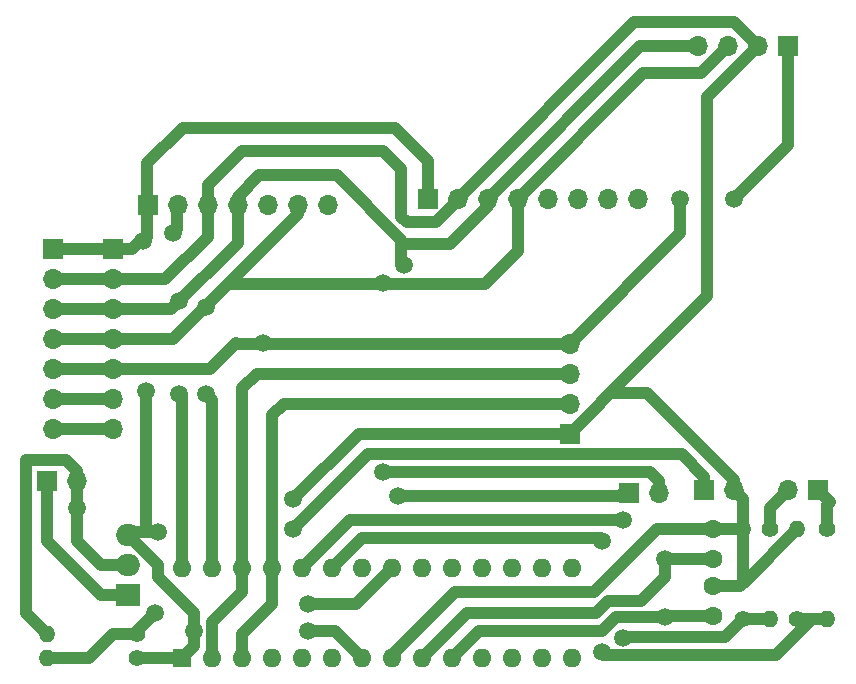
<source format=gbr>
%TF.GenerationSoftware,KiCad,Pcbnew,7.0.8*%
%TF.CreationDate,2023-10-23T02:42:37-06:00*%
%TF.ProjectId,Piso_12,5069736f-5f31-4322-9e6b-696361645f70,rev?*%
%TF.SameCoordinates,Original*%
%TF.FileFunction,Copper,L1,Top*%
%TF.FilePolarity,Positive*%
%FSLAX46Y46*%
G04 Gerber Fmt 4.6, Leading zero omitted, Abs format (unit mm)*
G04 Created by KiCad (PCBNEW 7.0.8) date 2023-10-23 02:42:37*
%MOMM*%
%LPD*%
G01*
G04 APERTURE LIST*
%TA.AperFunction,ComponentPad*%
%ADD10R,1.700000X1.700000*%
%TD*%
%TA.AperFunction,ComponentPad*%
%ADD11O,1.700000X1.700000*%
%TD*%
%TA.AperFunction,ComponentPad*%
%ADD12C,1.400000*%
%TD*%
%TA.AperFunction,ComponentPad*%
%ADD13O,1.400000X1.400000*%
%TD*%
%TA.AperFunction,ComponentPad*%
%ADD14R,2.000000X1.905000*%
%TD*%
%TA.AperFunction,ComponentPad*%
%ADD15O,2.000000X1.905000*%
%TD*%
%TA.AperFunction,ComponentPad*%
%ADD16R,1.600000X1.600000*%
%TD*%
%TA.AperFunction,ComponentPad*%
%ADD17O,1.600000X1.600000*%
%TD*%
%TA.AperFunction,ComponentPad*%
%ADD18C,1.500000*%
%TD*%
%TA.AperFunction,ComponentPad*%
%ADD19C,1.600000*%
%TD*%
%TA.AperFunction,ViaPad*%
%ADD20C,1.500000*%
%TD*%
%TA.AperFunction,Conductor*%
%ADD21C,1.000000*%
%TD*%
G04 APERTURE END LIST*
D10*
%TO.P,J4,1,Pin_1*%
%TO.N,/SCL*%
X46816000Y-27940000D03*
D11*
%TO.P,J4,2,Pin_2*%
%TO.N,/SDA*%
X49356000Y-27940000D03*
%TD*%
D12*
%TO.P,R3,1*%
%TO.N,/SHUNT*%
X58754000Y-30988000D03*
D13*
%TO.P,R3,2*%
%TO.N,/ADC3*%
X58754000Y-38608000D03*
%TD*%
D12*
%TO.P,R4,1*%
%TO.N,/ADC3*%
X56468000Y-38608000D03*
D13*
%TO.P,R4,2*%
%TO.N,/GND*%
X56468000Y-30988000D03*
%TD*%
D14*
%TO.P,U1,1,VI*%
%TO.N,/VBAT*%
X4398000Y-36576000D03*
D15*
%TO.P,U1,2,GND*%
%TO.N,/GND*%
X4398000Y-34036000D03*
%TO.P,U1,3,VO*%
%TO.N,/VCC*%
X4398000Y-31496000D03*
%TD*%
D10*
%TO.P,J10,1,Pin_1*%
%TO.N,/VCC*%
X-1980000Y-7300000D03*
D11*
%TO.P,J10,2,Pin_2*%
%TO.N,/GND*%
X-1980000Y-9840000D03*
%TO.P,J10,3,Pin_3*%
%TO.N,/SCL*%
X-1980000Y-12380000D03*
%TO.P,J10,4,Pin_4*%
%TO.N,/SDA*%
X-1980000Y-14920000D03*
%TO.P,J10,5,Pin_5*%
%TO.N,/3Vo*%
X-1980000Y-17460000D03*
%TO.P,J10,6,Pin_6*%
%TO.N,unconnected-(J10-Pin_6-Pad6)*%
X-1980000Y-20000000D03*
%TO.P,J10,7,Pin_7*%
%TO.N,unconnected-(J10-Pin_7-Pad7)*%
X-1980000Y-22540000D03*
%TD*%
D12*
%TO.P,R6,1*%
%TO.N,/AREF*%
X5160000Y-39878000D03*
D13*
%TO.P,R6,2*%
%TO.N,/GND*%
X-2460000Y-39878000D03*
%TD*%
D12*
%TO.P,R2,1*%
%TO.N,/ADC2*%
X61040000Y-38608000D03*
D13*
%TO.P,R2,2*%
%TO.N,/GND*%
X61040000Y-30988000D03*
%TD*%
D10*
%TO.P,J1,1,Pin_1*%
%TO.N,/VCC*%
X6040000Y-3500000D03*
D11*
%TO.P,J1,2,Pin_2*%
%TO.N,/3Vo*%
X8580000Y-3500000D03*
%TO.P,J1,3,Pin_3*%
%TO.N,/GND*%
X11120000Y-3500000D03*
%TO.P,J1,4,Pin_4*%
%TO.N,/SCL*%
X13660000Y-3500000D03*
%TO.P,J1,5,Pin_5*%
%TO.N,unconnected-(J1-Pin_5-Pad5)*%
X16200000Y-3500000D03*
%TO.P,J1,6,Pin_6*%
%TO.N,/SDA*%
X18740000Y-3500000D03*
%TO.P,J1,7,Pin_7*%
%TO.N,unconnected-(J1-Pin_7-Pad7)*%
X21280000Y-3500000D03*
%TD*%
D16*
%TO.P,U4,1,~{RESET}/PC6*%
%TO.N,/VCC*%
X8970000Y-41910000D03*
D17*
%TO.P,U4,2,PD0*%
%TO.N,/RX*%
X11510000Y-41910000D03*
%TO.P,U4,3,PD1*%
%TO.N,/TX*%
X14050000Y-41910000D03*
%TO.P,U4,4,PD2*%
%TO.N,unconnected-(U4-PD2-Pad4)*%
X16590000Y-41910000D03*
%TO.P,U4,5,PD3*%
%TO.N,unconnected-(U4-PD3-Pad5)*%
X19130000Y-41910000D03*
%TO.P,U4,6,PD4*%
%TO.N,unconnected-(U4-PD4-Pad6)*%
X21670000Y-41910000D03*
%TO.P,U4,7,VCC*%
%TO.N,/VCC*%
X24210000Y-41910000D03*
%TO.P,U4,8,GND*%
%TO.N,/GND*%
X26750000Y-41910000D03*
%TO.P,U4,9,XTAL1/PB6*%
%TO.N,Net-(U4-XTAL1{slash}PB6)*%
X29290000Y-41910000D03*
%TO.P,U4,10,XTAL2/PB7*%
%TO.N,Net-(U4-XTAL2{slash}PB7)*%
X31830000Y-41910000D03*
%TO.P,U4,11,PD5*%
%TO.N,unconnected-(U4-PD5-Pad11)*%
X34370000Y-41910000D03*
%TO.P,U4,12,PD6*%
%TO.N,unconnected-(U4-PD6-Pad12)*%
X36910000Y-41910000D03*
%TO.P,U4,13,PD7*%
%TO.N,unconnected-(U4-PD7-Pad13)*%
X39450000Y-41910000D03*
%TO.P,U4,14,PB0*%
%TO.N,unconnected-(U4-PB0-Pad14)*%
X41990000Y-41910000D03*
%TO.P,U4,15,PB1*%
%TO.N,unconnected-(U4-PB1-Pad15)*%
X41990000Y-34290000D03*
%TO.P,U4,16,PB2*%
%TO.N,unconnected-(U4-PB2-Pad16)*%
X39450000Y-34290000D03*
%TO.P,U4,17,PB3*%
%TO.N,unconnected-(U4-PB3-Pad17)*%
X36910000Y-34290000D03*
%TO.P,U4,18,PB4*%
%TO.N,unconnected-(U4-PB4-Pad18)*%
X34370000Y-34290000D03*
%TO.P,U4,19,PB5*%
%TO.N,unconnected-(U4-PB5-Pad19)*%
X31830000Y-34290000D03*
%TO.P,U4,20,AVCC*%
%TO.N,unconnected-(U4-AVCC-Pad20)*%
X29290000Y-34290000D03*
%TO.P,U4,21,AREF*%
%TO.N,/AREF*%
X26750000Y-34290000D03*
%TO.P,U4,22,GND*%
%TO.N,/GND*%
X24210000Y-34290000D03*
%TO.P,U4,23,PC0*%
%TO.N,/ADC2*%
X21670000Y-34290000D03*
%TO.P,U4,24,PC1*%
%TO.N,/ADC3*%
X19130000Y-34290000D03*
%TO.P,U4,25,PC2*%
%TO.N,unconnected-(U4-PC2-Pad25)*%
X16590000Y-34290000D03*
%TO.P,U4,26,PC3*%
%TO.N,unconnected-(U4-PC3-Pad26)*%
X14050000Y-34290000D03*
%TO.P,U4,27,PC4*%
%TO.N,/SDA*%
X11510000Y-34290000D03*
%TO.P,U4,28,PC5*%
%TO.N,/SCL*%
X8970000Y-34290000D03*
%TD*%
D18*
%TO.P,Y1,1,1*%
%TO.N,Net-(U4-XTAL2{slash}PB7)*%
X49864000Y-38428000D03*
%TO.P,Y1,2,2*%
%TO.N,Net-(U4-XTAL1{slash}PB6)*%
X49864000Y-33528000D03*
%TD*%
D19*
%TO.P,C1,1*%
%TO.N,/GND*%
X53928000Y-35834000D03*
%TO.P,C1,2*%
%TO.N,Net-(U4-XTAL2{slash}PB7)*%
X53928000Y-38334000D03*
%TD*%
D10*
%TO.P,J9,1,Pin_1*%
%TO.N,/BAT*%
X62818000Y-27686000D03*
D11*
%TO.P,J9,2,Pin_2*%
%TO.N,/SHUNT*%
X60278000Y-27686000D03*
%TD*%
D12*
%TO.P,R5,1*%
%TO.N,/VCC*%
X5160000Y-41910000D03*
D13*
%TO.P,R5,2*%
%TO.N,/AREF*%
X-2460000Y-41910000D03*
%TD*%
D19*
%TO.P,C2,1*%
%TO.N,/GND*%
X53928000Y-31008000D03*
%TO.P,C2,2*%
%TO.N,Net-(U4-XTAL1{slash}PB6)*%
X53928000Y-33508000D03*
%TD*%
D10*
%TO.P,J3,1,Pin_1*%
%TO.N,/VCC*%
X53166000Y-27686000D03*
D11*
%TO.P,J3,2,Pin_2*%
%TO.N,/GND*%
X55706000Y-27686000D03*
%TD*%
D10*
%TO.P,J7,1,Pin_1*%
%TO.N,/GND*%
X41797500Y-22885000D03*
D11*
%TO.P,J7,2,Pin_2*%
%TO.N,/TX*%
X41797500Y-20345000D03*
%TO.P,J7,3,Pin_3*%
%TO.N,/RX*%
X41797500Y-17805000D03*
%TO.P,J7,4,Pin_4*%
%TO.N,/3Vo*%
X41797500Y-15265000D03*
%TD*%
D10*
%TO.P,J6,1,Pin_1*%
%TO.N,/VBAT*%
X-2460000Y-26924000D03*
D11*
%TO.P,J6,2,Pin_2*%
%TO.N,/GND*%
X80000Y-26924000D03*
%TD*%
D12*
%TO.P,R1,1*%
%TO.N,/BAT*%
X63530000Y-30988000D03*
D13*
%TO.P,R1,2*%
%TO.N,/ADC2*%
X63530000Y-38608000D03*
%TD*%
D10*
%TO.P,J8,1,Pin_1*%
%TO.N,/3Vo*%
X60278000Y9906000D03*
D11*
%TO.P,J8,2,Pin_2*%
%TO.N,/GND*%
X57738000Y9906000D03*
%TO.P,J8,3,Pin_3*%
%TO.N,/SDA*%
X55198000Y9906000D03*
%TO.P,J8,4,Pin_4*%
%TO.N,/SCL*%
X52658000Y9906000D03*
%TD*%
D10*
%TO.P,J5,1,Pin_1*%
%TO.N,/VCC*%
X3100000Y-7300000D03*
D11*
%TO.P,J5,2,Pin_2*%
%TO.N,/GND*%
X3100000Y-9840000D03*
%TO.P,J5,3,Pin_3*%
%TO.N,/SCL*%
X3100000Y-12380000D03*
%TO.P,J5,4,Pin_4*%
%TO.N,/SDA*%
X3100000Y-14920000D03*
%TO.P,J5,5,Pin_5*%
%TO.N,/3Vo*%
X3100000Y-17460000D03*
%TO.P,J5,6,Pin_6*%
%TO.N,unconnected-(J5-Pin_6-Pad6)*%
X3100000Y-20000000D03*
%TO.P,J5,7,Pin_7*%
%TO.N,unconnected-(J5-Pin_7-Pad7)*%
X3100000Y-22540000D03*
%TD*%
D10*
%TO.P,J2,1,Pin_1*%
%TO.N,/VCC*%
X29760000Y-3000000D03*
D11*
%TO.P,J2,2,Pin_2*%
%TO.N,/GND*%
X32300000Y-3000000D03*
%TO.P,J2,3,Pin_3*%
%TO.N,/SCL*%
X34840000Y-3000000D03*
%TO.P,J2,4,Pin_4*%
%TO.N,/SDA*%
X37380000Y-3000000D03*
%TO.P,J2,5,Pin_5*%
%TO.N,unconnected-(J2-Pin_5-Pad5)*%
X39920000Y-3000000D03*
%TO.P,J2,6,Pin_6*%
%TO.N,unconnected-(J2-Pin_6-Pad6)*%
X42460000Y-3000000D03*
%TO.P,J2,7,Pin_7*%
%TO.N,unconnected-(J2-Pin_7-Pad7)*%
X45000000Y-3000000D03*
%TO.P,J2,8,Pin_8*%
%TO.N,unconnected-(J2-Pin_8-Pad8)*%
X47540000Y-3000000D03*
%TD*%
D20*
%TO.N,/GND*%
X80000Y-29210000D03*
X18368000Y-28448000D03*
%TO.N,/VCC*%
X18368000Y-30988000D03*
X6938000Y-31242000D03*
X5668000Y-6604000D03*
X5922000Y-19304000D03*
X19638000Y-39624000D03*
X9986000Y-39624000D03*
%TO.N,/SCL*%
X27258000Y-28194000D03*
X8716000Y-19558000D03*
X8716000Y-11684000D03*
X27766000Y-8636000D03*
%TO.N,/SDA*%
X10941250Y-12131250D03*
X25988000Y-10160000D03*
X25988000Y-26162000D03*
X11002000Y-19558000D03*
%TO.N,/3Vo*%
X8149750Y-5916250D03*
X15828000Y-15240000D03*
X51134000Y-3048000D03*
X55706000Y-3048000D03*
%TO.N,/ADC2*%
X44530000Y-41402000D03*
X44530000Y-32004000D03*
%TO.N,/ADC3*%
X46308000Y-40206500D03*
X46308000Y-30226000D03*
%TO.N,/AREF*%
X19638000Y-37338000D03*
X6684000Y-38100000D03*
%TD*%
D21*
%TO.N,/GND*%
X27512000Y-4512000D02*
X28000000Y-5000000D01*
X55706000Y11938000D02*
X47238000Y11938000D01*
X56468000Y-28448000D02*
X55706000Y-27686000D01*
X53409056Y5577056D02*
X57738000Y9906000D01*
X-4238000Y-25146000D02*
X-852656Y-25146000D01*
X55706000Y-26840656D02*
X48339594Y-19474250D01*
X56595000Y-35433000D02*
X56194000Y-35834000D01*
X80000Y-32004000D02*
X2112000Y-34036000D01*
X-4238000Y-38100000D02*
X-4238000Y-25146000D01*
X80000Y-26924000D02*
X80000Y-28194000D01*
X3100000Y-9840000D02*
X-1980000Y-9840000D01*
X18368000Y-28448000D02*
X23931000Y-22885000D01*
X80000Y-28194000D02*
X80000Y-32004000D01*
X23931000Y-22885000D02*
X41797500Y-22885000D01*
X43557250Y-21125250D02*
X45208250Y-19474250D01*
X56468000Y-35306000D02*
X56595000Y-35433000D01*
X55706000Y-27686000D02*
X55706000Y-26840656D01*
X80000Y-26078656D02*
X80000Y-26924000D01*
X-2460000Y-39878000D02*
X-4238000Y-38100000D01*
X80000Y-29210000D02*
X80000Y-26924000D01*
X47238000Y11938000D02*
X32300000Y-3000000D01*
X48339594Y-19474250D02*
X45208250Y-19474250D01*
X43848944Y-36322000D02*
X32084000Y-36322000D01*
X-852656Y-25146000D02*
X80000Y-26078656D01*
X53948000Y-30988000D02*
X53928000Y-31008000D01*
X14016000Y1016000D02*
X25988000Y1016000D01*
X30449950Y-5000000D02*
X32300000Y-3149950D01*
X2112000Y-34036000D02*
X4398000Y-34036000D01*
X11120000Y-1880000D02*
X14016000Y1016000D01*
X25988000Y1016000D02*
X27512000Y-508000D01*
X56468000Y-30988000D02*
X56468000Y-35306000D01*
X26750000Y-41656000D02*
X26750000Y-41910000D01*
X3100000Y-9840000D02*
X7512000Y-9840000D01*
X32300000Y-3149950D02*
X32300000Y-3000000D01*
X61040000Y-30988000D02*
X56595000Y-35433000D01*
X32084000Y-36322000D02*
X26750000Y-41656000D01*
X53409056Y-11273444D02*
X53409056Y5577056D01*
X57738000Y9906000D02*
X55706000Y11938000D01*
X41797500Y-22885000D02*
X43557250Y-21125250D01*
X56194000Y-35834000D02*
X53928000Y-35834000D01*
X56468000Y-30988000D02*
X53948000Y-30988000D01*
X27512000Y-508000D02*
X27512000Y-4512000D01*
X45208250Y-19474250D02*
X53409056Y-11273444D01*
X11120000Y-6232000D02*
X11120000Y-1880000D01*
X56468000Y-30988000D02*
X56468000Y-28448000D01*
X49162944Y-31008000D02*
X43848944Y-36322000D01*
X7512000Y-9840000D02*
X11120000Y-6232000D01*
X53928000Y-31008000D02*
X49162944Y-31008000D01*
X28000000Y-5000000D02*
X30449950Y-5000000D01*
%TO.N,/VCC*%
X6000000Y-6272000D02*
X5668000Y-6604000D01*
X5922000Y-31242000D02*
X4652000Y-31242000D01*
X29760000Y-3000000D02*
X29798000Y-2962000D01*
X6000000Y0D02*
X6000000Y-6272000D01*
X9986000Y-39624000D02*
X9986000Y-40894000D01*
X9986000Y-38100000D02*
X6938000Y-35052000D01*
X21924000Y-39624000D02*
X19638000Y-39624000D01*
X29798000Y202000D02*
X27000000Y3000000D01*
X-1980000Y-7300000D02*
X3100000Y-7300000D01*
X5396000Y-6604000D02*
X5668000Y-6604000D01*
X9000000Y3000000D02*
X6000000Y0D01*
X24718000Y-24638000D02*
X18368000Y-30988000D01*
X51261000Y-24638000D02*
X24718000Y-24638000D01*
X29798000Y-2962000D02*
X29798000Y202000D01*
X3100000Y-7300000D02*
X4700000Y-7300000D01*
X9986000Y-39624000D02*
X9986000Y-38100000D01*
X9986000Y-40894000D02*
X8970000Y-41910000D01*
X6938000Y-34036000D02*
X4398000Y-31496000D01*
X53166000Y-26543000D02*
X51261000Y-24638000D01*
X53166000Y-27686000D02*
X53166000Y-26543000D01*
X27000000Y3000000D02*
X9000000Y3000000D01*
X5922000Y-31242000D02*
X5922000Y-19304000D01*
X4700000Y-7300000D02*
X5396000Y-6604000D01*
X24210000Y-41910000D02*
X21924000Y-39624000D01*
X6938000Y-31242000D02*
X5922000Y-31242000D01*
X5160000Y-41910000D02*
X8970000Y-41910000D01*
X4652000Y-31242000D02*
X4398000Y-31496000D01*
X6938000Y-35052000D02*
X6938000Y-34036000D01*
%TO.N,/SCL*%
X13660000Y-6740000D02*
X13660000Y-2826250D01*
X22029500Y-1000000D02*
X27512000Y-6482500D01*
X-1980000Y-12380000D02*
X3100000Y-12380000D01*
X34840000Y-3594000D02*
X31597750Y-6836250D01*
X27512000Y-8382000D02*
X27512000Y-6836250D01*
X15486250Y-1000000D02*
X22029500Y-1000000D01*
X31597750Y-6836250D02*
X27512000Y-6836250D01*
X34840000Y-3000000D02*
X47746000Y9906000D01*
X3100000Y-12380000D02*
X8020000Y-12380000D01*
X13660000Y-2826250D02*
X15486250Y-1000000D01*
X8970000Y-19812000D02*
X8716000Y-19558000D01*
X8970000Y-34290000D02*
X8970000Y-19812000D01*
X8020000Y-12380000D02*
X13660000Y-6740000D01*
X34840000Y-3000000D02*
X34840000Y-3594000D01*
X46562000Y-27686000D02*
X46054000Y-28194000D01*
X46054000Y-28194000D02*
X27258000Y-28194000D01*
X27512000Y-6482500D02*
X27512000Y-6836250D01*
X27766000Y-8636000D02*
X27512000Y-8382000D01*
X47746000Y9906000D02*
X52658000Y9906000D01*
%TO.N,/SDA*%
X12846250Y-10226250D02*
X15036250Y-8036250D01*
X37380000Y-3000000D02*
X37380000Y-7404000D01*
X49356000Y-27940000D02*
X49356000Y-26924000D01*
X3100000Y-14920000D02*
X8152500Y-14920000D01*
X48594000Y-26162000D02*
X25988000Y-26162000D01*
X11510000Y-34290000D02*
X11510000Y-20066000D01*
X8152500Y-14920000D02*
X15036250Y-8036250D01*
X15036250Y-8036250D02*
X18740000Y-4332500D01*
X18740000Y-4332500D02*
X18740000Y-3500000D01*
X52912000Y7620000D02*
X55198000Y9906000D01*
X49356000Y-26924000D02*
X48594000Y-26162000D01*
X34557750Y-10226250D02*
X12846250Y-10226250D01*
X37380000Y-7404000D02*
X34557750Y-10226250D01*
X48000000Y7620000D02*
X52912000Y7620000D01*
X37380000Y-3000000D02*
X48000000Y7620000D01*
X11510000Y-20066000D02*
X11002000Y-19558000D01*
X3100000Y-14920000D02*
X-1980000Y-14920000D01*
%TO.N,/VBAT*%
X2112000Y-36576000D02*
X4398000Y-36576000D01*
X-2460000Y-32004000D02*
X2112000Y-36576000D01*
X-2460000Y-26924000D02*
X-2460000Y-32004000D01*
%TO.N,/TX*%
X14050000Y-41910000D02*
X14050000Y-39878000D01*
X41797500Y-20345000D02*
X17581000Y-20345000D01*
X14050000Y-39878000D02*
X16590000Y-37338000D01*
X-1980000Y-22540000D02*
X3100000Y-22540000D01*
X16590000Y-37338000D02*
X16590000Y-34290000D01*
X16590000Y-34290000D02*
X16590000Y-21336000D01*
X16590000Y-21336000D02*
X17581000Y-20345000D01*
%TO.N,/RX*%
X15295000Y-17805000D02*
X41797500Y-17805000D01*
X11510000Y-41910000D02*
X11510000Y-38862000D01*
X14050000Y-19050000D02*
X15295000Y-17805000D01*
X11510000Y-38862000D02*
X14050000Y-36322000D01*
X14050000Y-34290000D02*
X14050000Y-19050000D01*
X14050000Y-36322000D02*
X14050000Y-34290000D01*
X3100000Y-20000000D02*
X-1980000Y-20000000D01*
%TO.N,/3Vo*%
X8149750Y-5916250D02*
X8500000Y-5566000D01*
X55706000Y-3048000D02*
X60278000Y1524000D01*
X51134000Y-5928500D02*
X51134000Y-3048000D01*
X13567000Y-15265000D02*
X15803000Y-15265000D01*
X15803000Y-15265000D02*
X15828000Y-15240000D01*
X41797500Y-15265000D02*
X51134000Y-5928500D01*
X-1980000Y-17460000D02*
X3100000Y-17460000D01*
X13542000Y-15240000D02*
X13567000Y-15265000D01*
X8500000Y-5566000D02*
X8500000Y-3580000D01*
X15828000Y-15240000D02*
X15853000Y-15265000D01*
X60278000Y1524000D02*
X60278000Y9906000D01*
X15853000Y-15265000D02*
X41797500Y-15265000D01*
X11322000Y-17460000D02*
X13542000Y-15240000D01*
X8500000Y-3580000D02*
X8580000Y-3500000D01*
X3100000Y-17460000D02*
X11322000Y-17460000D01*
%TO.N,/BAT*%
X63784000Y-28652000D02*
X62818000Y-27686000D01*
X63530000Y-30988000D02*
X63530000Y-28906000D01*
X63530000Y-28906000D02*
X63784000Y-28652000D01*
%TO.N,/SHUNT*%
X60278000Y-27686000D02*
X58754000Y-29210000D01*
X58754000Y-29210000D02*
X58754000Y-30988000D01*
%TO.N,/ADC2*%
X59262000Y-41656000D02*
X62310000Y-38608000D01*
X44276000Y-31750000D02*
X24210000Y-31750000D01*
X44530000Y-32004000D02*
X44276000Y-31750000D01*
X62310000Y-38608000D02*
X61040000Y-38608000D01*
X63530000Y-38608000D02*
X62310000Y-38608000D01*
X44784000Y-41656000D02*
X59262000Y-41656000D01*
X24210000Y-31750000D02*
X21670000Y-34290000D01*
X44530000Y-41402000D02*
X44784000Y-41656000D01*
%TO.N,/ADC3*%
X46308000Y-40206500D02*
X46382500Y-40132000D01*
X58754000Y-38608000D02*
X56468000Y-38608000D01*
X54944000Y-40132000D02*
X56468000Y-38608000D01*
X46308000Y-30226000D02*
X23194000Y-30226000D01*
X46382500Y-40132000D02*
X54944000Y-40132000D01*
X23194000Y-30226000D02*
X19130000Y-34290000D01*
%TO.N,Net-(U4-XTAL1{slash}PB6)*%
X33100000Y-38100000D02*
X29290000Y-41910000D01*
X45038000Y-37084000D02*
X44022000Y-38100000D01*
X44022000Y-38100000D02*
X33100000Y-38100000D01*
X49864000Y-33528000D02*
X49864000Y-35052000D01*
X53908000Y-33528000D02*
X53928000Y-33508000D01*
X49864000Y-35052000D02*
X47832000Y-37084000D01*
X49864000Y-33528000D02*
X53908000Y-33528000D01*
X47832000Y-37084000D02*
X45038000Y-37084000D01*
%TO.N,Net-(U4-XTAL2{slash}PB7)*%
X49864000Y-38428000D02*
X45707390Y-38428000D01*
X45707390Y-38428000D02*
X44511390Y-39624000D01*
X34116000Y-39624000D02*
X31830000Y-41910000D01*
X44511390Y-39624000D02*
X34116000Y-39624000D01*
X49958000Y-38334000D02*
X49864000Y-38428000D01*
X53928000Y-38334000D02*
X49958000Y-38334000D01*
%TO.N,/AREF*%
X19638000Y-37338000D02*
X23702000Y-37338000D01*
X1096000Y-41910000D02*
X3128000Y-39878000D01*
X5160000Y-39624000D02*
X6684000Y-38100000D01*
X5160000Y-39878000D02*
X5160000Y-39624000D01*
X-2460000Y-41910000D02*
X1096000Y-41910000D01*
X3128000Y-39878000D02*
X5160000Y-39878000D01*
X23702000Y-37338000D02*
X26750000Y-34290000D01*
%TD*%
M02*

</source>
